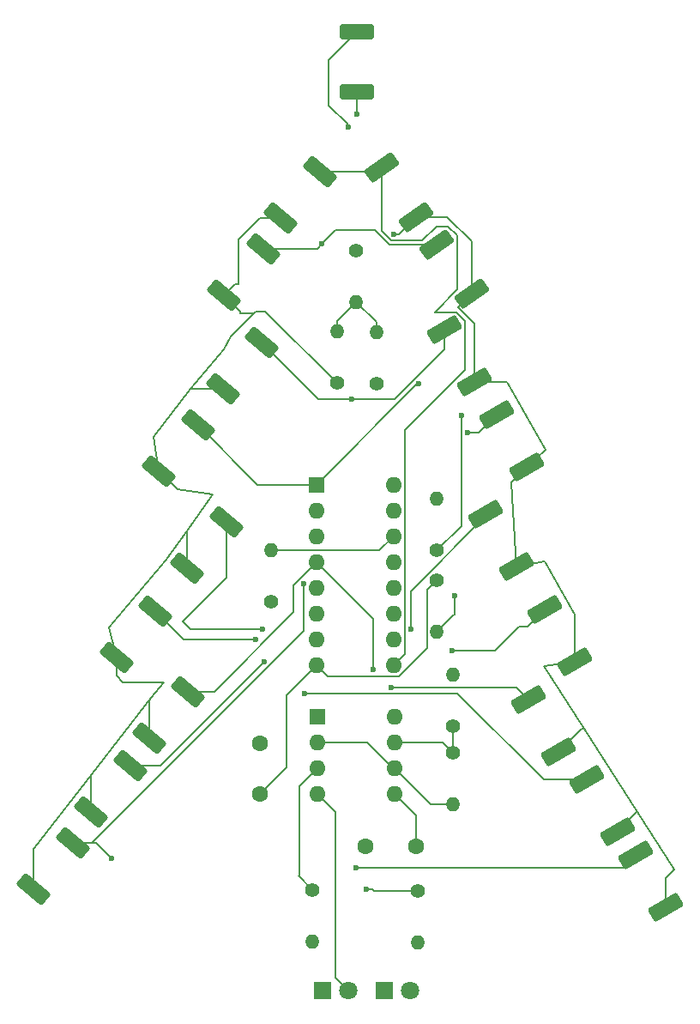
<source format=gbr>
%TF.GenerationSoftware,KiCad,Pcbnew,8.0.5*%
%TF.CreationDate,2024-11-21T02:05:10-08:00*%
%TF.ProjectId,Base,42617365-2e6b-4696-9361-645f70636258,rev?*%
%TF.SameCoordinates,Original*%
%TF.FileFunction,Copper,L1,Top*%
%TF.FilePolarity,Positive*%
%FSLAX46Y46*%
G04 Gerber Fmt 4.6, Leading zero omitted, Abs format (unit mm)*
G04 Created by KiCad (PCBNEW 8.0.5) date 2024-11-21 02:05:10*
%MOMM*%
%LPD*%
G01*
G04 APERTURE LIST*
G04 Aperture macros list*
%AMRoundRect*
0 Rectangle with rounded corners*
0 $1 Rounding radius*
0 $2 $3 $4 $5 $6 $7 $8 $9 X,Y pos of 4 corners*
0 Add a 4 corners polygon primitive as box body*
4,1,4,$2,$3,$4,$5,$6,$7,$8,$9,$2,$3,0*
0 Add four circle primitives for the rounded corners*
1,1,$1+$1,$2,$3*
1,1,$1+$1,$4,$5*
1,1,$1+$1,$6,$7*
1,1,$1+$1,$8,$9*
0 Add four rect primitives between the rounded corners*
20,1,$1+$1,$2,$3,$4,$5,0*
20,1,$1+$1,$4,$5,$6,$7,0*
20,1,$1+$1,$6,$7,$8,$9,0*
20,1,$1+$1,$8,$9,$2,$3,0*%
G04 Aperture macros list end*
%TA.AperFunction,ComponentPad*%
%ADD10R,1.600000X1.600000*%
%TD*%
%TA.AperFunction,ComponentPad*%
%ADD11O,1.600000X1.600000*%
%TD*%
%TA.AperFunction,ComponentPad*%
%ADD12C,1.400000*%
%TD*%
%TA.AperFunction,ComponentPad*%
%ADD13O,1.400000X1.400000*%
%TD*%
%TA.AperFunction,SMDPad,CuDef*%
%ADD14RoundRect,0.249999X0.762185X-1.308572X1.421043X-0.523374X-0.762185X1.308572X-1.421043X0.523374X0*%
%TD*%
%TA.AperFunction,SMDPad,CuDef*%
%ADD15RoundRect,0.249999X1.490338X0.268662X0.977837X1.156339X-1.490338X-0.268662X-0.977837X-1.156339X0*%
%TD*%
%TA.AperFunction,SMDPad,CuDef*%
%ADD16RoundRect,0.249999X1.461251X0.397531X0.873334X1.237163X-1.461251X-0.397531X-0.873334X-1.237163X0*%
%TD*%
%TA.AperFunction,SMDPad,CuDef*%
%ADD17RoundRect,0.249999X1.425001X-0.512501X1.425001X0.512501X-1.425001X0.512501X-1.425001X-0.512501X0*%
%TD*%
%TA.AperFunction,ComponentPad*%
%ADD18R,1.800000X1.800000*%
%TD*%
%TA.AperFunction,ComponentPad*%
%ADD19C,1.800000*%
%TD*%
%TA.AperFunction,ComponentPad*%
%ADD20C,1.600000*%
%TD*%
%TA.AperFunction,ViaPad*%
%ADD21C,0.600000*%
%TD*%
%TA.AperFunction,Conductor*%
%ADD22C,0.200000*%
%TD*%
G04 APERTURE END LIST*
D10*
%TO.P,U2,1,Q5*%
%TO.N,Net-(D16-A)*%
X137280000Y-89600000D03*
D11*
%TO.P,U2,2,Q1*%
%TO.N,Net-(D11-A)*%
X137280000Y-92140000D03*
%TO.P,U2,3,Q0*%
%TO.N,Net-(D12-A)*%
X137280000Y-94680000D03*
%TO.P,U2,4,Q2*%
%TO.N,Net-(D10-A)*%
X137280000Y-97220000D03*
%TO.P,U2,5,Q6*%
%TO.N,Net-(D15-A)*%
X137280000Y-99760000D03*
%TO.P,U2,6,Q7*%
%TO.N,Net-(D14-A)*%
X137280000Y-102300000D03*
%TO.P,U2,7,Q3*%
%TO.N,Net-(D18-A)*%
X137280000Y-104840000D03*
%TO.P,U2,8,VSS*%
%TO.N,GND*%
X137280000Y-107380000D03*
%TO.P,U2,9,Q8*%
%TO.N,Net-(D13-A)*%
X144900000Y-107380000D03*
%TO.P,U2,10,Q4*%
%TO.N,Net-(D17-A)*%
X144900000Y-104840000D03*
%TO.P,U2,11,Q9*%
%TO.N,Net-(D3-A)*%
X144900000Y-102300000D03*
%TO.P,U2,12,Cout*%
%TO.N,unconnected-(U2-Cout-Pad12)*%
X144900000Y-99760000D03*
%TO.P,U2,13,CKEN*%
%TO.N,Net-(U2-CKEN)*%
X144900000Y-97220000D03*
%TO.P,U2,14,CLK*%
%TO.N,Net-(U2-CLK)*%
X144900000Y-94680000D03*
%TO.P,U2,15,Reset*%
%TO.N,Net-(U2-Reset)*%
X144900000Y-92140000D03*
%TO.P,U2,16,VDD*%
%TO.N,VCC*%
X144900000Y-89600000D03*
%TD*%
D10*
%TO.P,U1,1,GND*%
%TO.N,GND1*%
X137400000Y-112500000D03*
D11*
%TO.P,U1,2,TR*%
%TO.N,Net-(U1-THR)*%
X137400000Y-115040000D03*
%TO.P,U1,3,Q*%
%TO.N,Net-(U1-Q)*%
X137400000Y-117580000D03*
%TO.P,U1,4,R*%
%TO.N,VCC*%
X137400000Y-120120000D03*
%TO.P,U1,5,CV*%
%TO.N,Net-(U1-CV)*%
X145020000Y-120120000D03*
%TO.P,U1,6,THR*%
%TO.N,Net-(U1-THR)*%
X145020000Y-117580000D03*
%TO.P,U1,7,DIS*%
%TO.N,Net-(U1-DIS)*%
X145020000Y-115040000D03*
%TO.P,U1,8,VCC*%
%TO.N,VCC*%
X145020000Y-112500000D03*
%TD*%
D12*
%TO.P,R11,1*%
%TO.N,Net-(D10-K)*%
X143200000Y-79680000D03*
D13*
%TO.P,R11,2*%
%TO.N,GND*%
X143200000Y-74600000D03*
%TD*%
D12*
%TO.P,R10,1*%
%TO.N,Net-(D3-K)*%
X141200000Y-66500000D03*
D13*
%TO.P,R10,2*%
%TO.N,GND*%
X141200000Y-71580000D03*
%TD*%
D12*
%TO.P,R8,1*%
%TO.N,Net-(D13-K)*%
X139300000Y-79580000D03*
D13*
%TO.P,R8,2*%
%TO.N,GND*%
X139300000Y-74500000D03*
%TD*%
D12*
%TO.P,R7,1*%
%TO.N,GND*%
X149200000Y-96080000D03*
D13*
%TO.P,R7,2*%
%TO.N,Net-(U2-Reset)*%
X149200000Y-91000000D03*
%TD*%
D12*
%TO.P,R6,1*%
%TO.N,GND*%
X149200000Y-99000000D03*
D13*
%TO.P,R6,2*%
%TO.N,Net-(U2-CKEN)*%
X149200000Y-104080000D03*
%TD*%
D12*
%TO.P,R5,1*%
%TO.N,Net-(U1-Q)*%
X147300000Y-129700000D03*
D13*
%TO.P,R5,2*%
%TO.N,Net-(D1-A)*%
X147300000Y-134780000D03*
%TD*%
D12*
%TO.P,R4,1*%
%TO.N,Net-(U1-Q)*%
X136900000Y-129560000D03*
D13*
%TO.P,R4,2*%
%TO.N,Net-(D2-K)*%
X136900000Y-134640000D03*
%TD*%
D12*
%TO.P,R3,1*%
%TO.N,Net-(U1-DIS)*%
X150800000Y-113440000D03*
D13*
%TO.P,R3,2*%
%TO.N,VCC*%
X150800000Y-108360000D03*
%TD*%
D12*
%TO.P,R2,1*%
%TO.N,Net-(U1-DIS)*%
X150800000Y-116060000D03*
D13*
%TO.P,R2,2*%
%TO.N,Net-(U1-THR)*%
X150800000Y-121140000D03*
%TD*%
D12*
%TO.P,R1,1*%
%TO.N,Net-(U1-Q)*%
X132800000Y-101140000D03*
D13*
%TO.P,R1,2*%
%TO.N,Net-(U2-CLK)*%
X132800000Y-96060000D03*
%TD*%
D14*
%TO.P,D21,1,K*%
%TO.N,Net-(D13-K)*%
X109379672Y-129488558D03*
%TO.P,D21,2,A*%
%TO.N,Net-(D12-A)*%
X113220328Y-124911442D03*
%TD*%
%TO.P,D20,1,K*%
%TO.N,Net-(D13-K)*%
X115059344Y-121877116D03*
%TO.P,D20,2,A*%
%TO.N,Net-(D11-A)*%
X118900000Y-117300000D03*
%TD*%
%TO.P,D19,1,K*%
%TO.N,Net-(D13-K)*%
X120779672Y-114588558D03*
%TO.P,D19,2,A*%
%TO.N,Net-(D10-A)*%
X124620328Y-110011442D03*
%TD*%
%TO.P,D18,1,K*%
%TO.N,Net-(D13-K)*%
X117559344Y-106677116D03*
%TO.P,D18,2,A*%
%TO.N,Net-(D18-A)*%
X121400000Y-102100000D03*
%TD*%
%TO.P,D17,1,K*%
%TO.N,Net-(D13-K)*%
X124559344Y-97877116D03*
%TO.P,D17,2,A*%
%TO.N,Net-(D17-A)*%
X128400000Y-93300000D03*
%TD*%
%TO.P,D16,1,K*%
%TO.N,Net-(D13-K)*%
X121759344Y-88277116D03*
%TO.P,D16,2,A*%
%TO.N,Net-(D16-A)*%
X125600000Y-83700000D03*
%TD*%
%TO.P,D15,1,K*%
%TO.N,Net-(D13-K)*%
X128059344Y-80177116D03*
%TO.P,D15,2,A*%
%TO.N,Net-(D15-A)*%
X131900000Y-75600000D03*
%TD*%
%TO.P,D14,1,K*%
%TO.N,Net-(D13-K)*%
X128179672Y-70888558D03*
%TO.P,D14,2,A*%
%TO.N,Net-(D14-A)*%
X132020328Y-66311442D03*
%TD*%
%TO.P,D13,1,K*%
%TO.N,Net-(D13-K)*%
X133779672Y-63288557D03*
%TO.P,D13,2,A*%
%TO.N,Net-(D13-A)*%
X137620328Y-58711443D03*
%TD*%
D15*
%TO.P,D12,2,A*%
%TO.N,Net-(D12-A)*%
X168800000Y-126100000D03*
%TO.P,D12,1,K*%
%TO.N,Net-(D10-K)*%
X171787500Y-131274502D03*
%TD*%
%TO.P,D11,2,A*%
%TO.N,Net-(D11-A)*%
X164000000Y-118700000D03*
%TO.P,D11,1,K*%
%TO.N,Net-(D10-K)*%
X166987500Y-123874502D03*
%TD*%
%TO.P,D10,2,A*%
%TO.N,Net-(D10-A)*%
X158200000Y-110800000D03*
%TO.P,D10,1,K*%
%TO.N,Net-(D10-K)*%
X161187500Y-115974502D03*
%TD*%
%TO.P,D9,1,K*%
%TO.N,Net-(D10-K)*%
X162793750Y-107087251D03*
%TO.P,D9,2,A*%
%TO.N,Net-(D18-A)*%
X159806250Y-101912749D03*
%TD*%
%TO.P,D8,1,K*%
%TO.N,Net-(D10-K)*%
X156993750Y-97687251D03*
%TO.P,D8,2,A*%
%TO.N,Net-(D17-A)*%
X154006250Y-92512749D03*
%TD*%
%TO.P,D7,1,K*%
%TO.N,Net-(D10-K)*%
X158087500Y-87874502D03*
%TO.P,D7,2,A*%
%TO.N,Net-(D16-A)*%
X155100000Y-82700000D03*
%TD*%
%TO.P,D6,1,K*%
%TO.N,Net-(D10-K)*%
X152893750Y-79487251D03*
%TO.P,D6,2,A*%
%TO.N,Net-(D15-A)*%
X149906250Y-74312749D03*
%TD*%
D16*
%TO.P,D5,1,K*%
%TO.N,Net-(D10-K)*%
X152627120Y-70794434D03*
%TO.P,D5,2,A*%
%TO.N,Net-(D14-A)*%
X149200000Y-65900000D03*
%TD*%
%TO.P,D4,1,K*%
%TO.N,Net-(D10-K)*%
X147127120Y-63194434D03*
%TO.P,D4,2,A*%
%TO.N,Net-(D13-A)*%
X143700000Y-58300000D03*
%TD*%
D17*
%TO.P,D3,1,K*%
%TO.N,Net-(D3-K)*%
X141300000Y-50887500D03*
%TO.P,D3,2,A*%
%TO.N,Net-(D3-A)*%
X141300000Y-44912500D03*
%TD*%
D18*
%TO.P,D2,1,K*%
%TO.N,Net-(D2-K)*%
X137925000Y-139500000D03*
D19*
%TO.P,D2,2,A*%
%TO.N,VCC*%
X140465000Y-139500000D03*
%TD*%
D18*
%TO.P,D1,1,K*%
%TO.N,GND*%
X144025000Y-139500000D03*
D19*
%TO.P,D1,2,A*%
%TO.N,Net-(D1-A)*%
X146565000Y-139500000D03*
%TD*%
D20*
%TO.P,C2,1*%
%TO.N,Net-(U1-THR)*%
X131700000Y-115100000D03*
%TO.P,C2,2*%
%TO.N,GND*%
X131700000Y-120100000D03*
%TD*%
%TO.P,C1,1*%
%TO.N,Net-(U1-CV)*%
X147100000Y-125300000D03*
%TO.P,C1,2*%
%TO.N,GND*%
X142100000Y-125300000D03*
%TD*%
D21*
%TO.N,Net-(D10-A)*%
X144700000Y-109600000D03*
X142900000Y-107800000D03*
%TO.N,Net-(D11-A)*%
X136100000Y-110200000D03*
X132124265Y-107075735D03*
%TO.N,Net-(U2-CKEN)*%
X150900000Y-100600000D03*
%TO.N,Net-(D16-A)*%
X147374265Y-79674265D03*
X152200000Y-84500000D03*
%TO.N,Net-(D17-A)*%
X146600000Y-103900000D03*
%TO.N,Net-(D12-A)*%
X117100000Y-126500000D03*
X141200000Y-127400000D03*
%TO.N,Net-(D18-A)*%
X150700000Y-106000000D03*
%TO.N,Net-(D12-A)*%
X136046709Y-99348903D03*
%TO.N,GND*%
X151600000Y-82800000D03*
%TO.N,Net-(D15-A)*%
X140800000Y-81200000D03*
%TO.N,Net-(D10-K)*%
X144907108Y-64892892D03*
%TO.N,Net-(D14-A)*%
X137850000Y-65850000D03*
%TO.N,Net-(D3-A)*%
X140400000Y-54300000D03*
%TO.N,Net-(D17-A)*%
X132000000Y-103900000D03*
%TO.N,Net-(D18-A)*%
X131260000Y-104840000D03*
%TO.N,Net-(U1-Q)*%
X142200000Y-129500000D03*
%TO.N,Net-(D3-K)*%
X141300000Y-53100000D03*
%TD*%
D22*
%TO.N,Net-(D10-K)*%
X171787500Y-128412500D02*
X172600000Y-127600000D01*
X171787500Y-131274502D02*
X171787500Y-128412500D01*
X168926548Y-121935454D02*
X168964546Y-121935454D01*
X163687273Y-113712727D02*
X168964546Y-121935454D01*
X168964546Y-121935454D02*
X172600000Y-127600000D01*
X166987500Y-123874502D02*
X168926548Y-121935454D01*
X163449275Y-113712727D02*
X163687273Y-113712727D01*
X161187500Y-115974502D02*
X163449275Y-113712727D01*
X159700000Y-107500000D02*
X163687273Y-113712727D01*
X162793750Y-107087251D02*
X159700000Y-107500000D01*
X162793750Y-102400000D02*
X162793750Y-107087251D01*
X156993750Y-97687251D02*
X159800000Y-97200000D01*
X159800000Y-97200000D02*
X162793750Y-102400000D01*
X156562002Y-89400000D02*
X156993750Y-97687251D01*
X156100000Y-79487251D02*
X159900000Y-86200000D01*
X159900000Y-86200000D02*
X158087500Y-87874502D01*
X152893750Y-79487251D02*
X156100000Y-79487251D01*
%TO.N,Net-(D13-K)*%
X121759344Y-88277116D02*
X121200000Y-84900000D01*
X121200000Y-84900000D02*
X124822884Y-80177116D01*
X128800000Y-75000000D02*
X131100000Y-72700000D01*
X128200000Y-76300000D02*
X128800000Y-75000000D01*
X124822884Y-80177116D02*
X128200000Y-76300000D01*
X124456250Y-94256250D02*
X127100000Y-90600000D01*
X122400000Y-97100000D02*
X124456250Y-94256250D01*
X124559344Y-97877116D02*
X124559344Y-94359344D01*
X124559344Y-94359344D02*
X124456250Y-94256250D01*
X123582228Y-90100000D02*
X121759344Y-88277116D01*
X127100000Y-90600000D02*
X123582228Y-90100000D01*
X116800000Y-103700000D02*
X122400000Y-97100000D01*
X117559344Y-106677116D02*
X116800000Y-103700000D01*
X120779672Y-110860000D02*
X120969836Y-110669836D01*
X120779672Y-114588558D02*
X120779672Y-110860000D01*
X120969836Y-110669836D02*
X115082623Y-118182623D01*
X122200000Y-109100000D02*
X120969836Y-110669836D01*
X115059344Y-118205902D02*
X115082623Y-118182623D01*
X115059344Y-121877116D02*
X115059344Y-118205902D01*
X115082623Y-118182623D02*
X109415082Y-125415082D01*
X109379672Y-129488558D02*
X109379672Y-125450492D01*
X109379672Y-125450492D02*
X109415082Y-125415082D01*
X118200000Y-109100000D02*
X122200000Y-109100000D01*
X117559344Y-108459344D02*
X118200000Y-109100000D01*
X117559344Y-106677116D02*
X117559344Y-108459344D01*
X129600000Y-69800000D02*
X129268230Y-69800000D01*
X129268230Y-69800000D02*
X128179672Y-70888558D01*
X129600000Y-65400000D02*
X129600000Y-69800000D01*
X133779672Y-63288557D02*
X131711443Y-63288557D01*
X131711443Y-63288557D02*
X129600000Y-65400000D01*
%TO.N,Net-(D11-A)*%
X121900000Y-117300000D02*
X132100000Y-107100000D01*
%TO.N,Net-(D10-A)*%
X157000000Y-109600000D02*
X158200000Y-110800000D01*
X142900000Y-102840000D02*
X142900000Y-107800000D01*
X137280000Y-97220000D02*
X142900000Y-102840000D01*
X144700000Y-109600000D02*
X157000000Y-109600000D01*
%TO.N,Net-(D11-A)*%
X151200000Y-110200000D02*
X136100000Y-110200000D01*
X159700000Y-118700000D02*
X151200000Y-110200000D01*
X164000000Y-118700000D02*
X159700000Y-118700000D01*
%TO.N,Net-(U2-CKEN)*%
X150900000Y-102400000D02*
X150880000Y-102400000D01*
X150880000Y-102400000D02*
X149200000Y-104080000D01*
X150900000Y-100600000D02*
X150900000Y-102400000D01*
%TO.N,Net-(D16-A)*%
X153300000Y-84500000D02*
X155100000Y-82700000D01*
X152200000Y-84500000D02*
X153300000Y-84500000D01*
X147205735Y-79674265D02*
X147374265Y-79674265D01*
X137280000Y-89600000D02*
X147205735Y-79674265D01*
%TO.N,Net-(D17-A)*%
X146600000Y-100094214D02*
X146600000Y-103900000D01*
X154006250Y-92687964D02*
X146600000Y-100094214D01*
X154006250Y-92512749D02*
X154006250Y-92687964D01*
%TO.N,GND*%
X145420000Y-108480000D02*
X138380000Y-108480000D01*
X138380000Y-108480000D02*
X137280000Y-107380000D01*
X148200000Y-105700000D02*
X145420000Y-108480000D01*
X148200000Y-100000000D02*
X148200000Y-105700000D01*
X149200000Y-99000000D02*
X148200000Y-100000000D01*
%TO.N,Net-(D18-A)*%
X154900000Y-106000000D02*
X157300000Y-103600000D01*
X150700000Y-106000000D02*
X154900000Y-106000000D01*
%TO.N,Net-(U1-DIS)*%
X150800000Y-113440000D02*
X150800000Y-116060000D01*
X150800000Y-116060000D02*
X149780000Y-115040000D01*
X149780000Y-115040000D02*
X145020000Y-115040000D01*
%TO.N,Net-(U1-CV)*%
X147100000Y-122200000D02*
X145020000Y-120120000D01*
X147100000Y-125300000D02*
X147100000Y-122200000D01*
%TO.N,Net-(U1-THR)*%
X142340000Y-115040000D02*
X137400000Y-115040000D01*
X144880000Y-117580000D02*
X142340000Y-115040000D01*
X145020000Y-117580000D02*
X144880000Y-117580000D01*
X148580000Y-121140000D02*
X145020000Y-117580000D01*
X150800000Y-121140000D02*
X148580000Y-121140000D01*
%TO.N,Net-(D12-A)*%
X115511442Y-124911442D02*
X113220328Y-124911442D01*
X117100000Y-126500000D02*
X115511442Y-124911442D01*
X167500000Y-127400000D02*
X141200000Y-127400000D01*
X168800000Y-126100000D02*
X167500000Y-127400000D01*
%TO.N,Net-(D18-A)*%
X157300000Y-103600000D02*
X158118999Y-103600000D01*
X158118999Y-103600000D02*
X159806250Y-101912749D01*
%TO.N,Net-(D12-A)*%
X136046709Y-104001820D02*
X136046709Y-99348903D01*
X113220328Y-124911442D02*
X115137087Y-124911442D01*
X115137087Y-124911442D02*
X136046709Y-104001820D01*
%TO.N,Net-(U2-CLK)*%
X143520000Y-96060000D02*
X144900000Y-94680000D01*
X132800000Y-96060000D02*
X143520000Y-96060000D01*
%TO.N,GND*%
X151600000Y-93680000D02*
X149200000Y-96080000D01*
X151600000Y-82800000D02*
X151600000Y-93680000D01*
%TO.N,Net-(D15-A)*%
X137500000Y-81200000D02*
X140800000Y-81200000D01*
X140800000Y-81200000D02*
X145000000Y-81200000D01*
%TO.N,Net-(D10-K)*%
X145428662Y-64892892D02*
X147127120Y-63194434D01*
X144907108Y-64892892D02*
X145428662Y-64892892D01*
%TO.N,Net-(D14-A)*%
X137850000Y-65850000D02*
X139200000Y-64500000D01*
X137388558Y-66311442D02*
X137850000Y-65850000D01*
%TO.N,Net-(D3-A)*%
X140400000Y-54100000D02*
X140400000Y-54300000D01*
X138500000Y-47712500D02*
X138500000Y-52200000D01*
X138500000Y-52200000D02*
X140400000Y-54100000D01*
X141300000Y-44912500D02*
X138500000Y-47712500D01*
%TO.N,Net-(D13-A)*%
X146000000Y-106280000D02*
X144900000Y-107380000D01*
X146000000Y-84200000D02*
X146000000Y-106280000D01*
X151949304Y-78250696D02*
X146000000Y-84200000D01*
X151949304Y-73439967D02*
X151949304Y-78250696D01*
X151113030Y-72603693D02*
X151949304Y-73439967D01*
X148975651Y-72603693D02*
X151113030Y-72603693D01*
X151212275Y-70367069D02*
X148975651Y-72603693D01*
X150300801Y-64111813D02*
X151212275Y-65023287D01*
X151212275Y-65023287D02*
X151212275Y-70367069D01*
X149145977Y-64111813D02*
X150300801Y-64111813D01*
X147757790Y-65500000D02*
X149145977Y-64111813D01*
X144665686Y-65500000D02*
X147757790Y-65500000D01*
X143700000Y-64534314D02*
X144665686Y-65500000D01*
X143700000Y-58300000D02*
X143700000Y-64534314D01*
%TO.N,Net-(D15-A)*%
X149906250Y-76293750D02*
X149906250Y-74312749D01*
X145000000Y-81200000D02*
X149906250Y-76293750D01*
X131900000Y-75600000D02*
X137500000Y-81200000D01*
%TO.N,Net-(D17-A)*%
X124100000Y-103100000D02*
X124900000Y-103900000D01*
X128400000Y-98800000D02*
X124100000Y-103100000D01*
X128400000Y-93300000D02*
X128400000Y-98800000D01*
X124900000Y-103900000D02*
X132000000Y-103900000D01*
%TO.N,Net-(D18-A)*%
X124140000Y-104840000D02*
X121400000Y-102100000D01*
X131260000Y-104840000D02*
X124140000Y-104840000D01*
%TO.N,GND*%
X134300000Y-110360000D02*
X137280000Y-107380000D01*
X134300000Y-117500000D02*
X134300000Y-110360000D01*
X131700000Y-120100000D02*
X134300000Y-117500000D01*
%TO.N,Net-(U1-Q)*%
X135600000Y-128140000D02*
X135600000Y-119380000D01*
X135540000Y-128200000D02*
X135600000Y-128140000D01*
X135600000Y-119380000D02*
X137400000Y-117580000D01*
X136900000Y-129560000D02*
X135540000Y-128200000D01*
X143000000Y-129700000D02*
X147300000Y-129700000D01*
X142800000Y-129500000D02*
X143000000Y-129700000D01*
X142200000Y-129500000D02*
X142800000Y-129500000D01*
%TO.N,VCC*%
X140465000Y-139500000D02*
X139200000Y-138235000D01*
X139200000Y-138235000D02*
X139200000Y-121920000D01*
X139200000Y-121920000D02*
X137400000Y-120120000D01*
%TO.N,Net-(D3-K)*%
X141300000Y-53100000D02*
X141300000Y-50887500D01*
%TO.N,GND*%
X143200000Y-73580000D02*
X143200000Y-74600000D01*
X141200000Y-71580000D02*
X143200000Y-73580000D01*
X139300000Y-73480000D02*
X141200000Y-71580000D01*
X139300000Y-74500000D02*
X139300000Y-73480000D01*
%TO.N,Net-(D11-A)*%
X118900000Y-117300000D02*
X121900000Y-117300000D01*
%TO.N,Net-(D10-A)*%
X135000000Y-99500000D02*
X137280000Y-97220000D01*
X127188558Y-110011442D02*
X135000000Y-102200000D01*
X124620328Y-110011442D02*
X127188558Y-110011442D01*
X135000000Y-102200000D02*
X135000000Y-99500000D01*
%TO.N,Net-(D10-K)*%
X158087500Y-87874502D02*
X156562002Y-89400000D01*
X152893750Y-73715304D02*
X152893750Y-79487251D01*
X151300000Y-72121554D02*
X152893750Y-73715304D01*
X152627120Y-70794434D02*
X151300000Y-72121554D01*
X152627120Y-65627120D02*
X152627120Y-70794434D01*
X147127120Y-63194434D02*
X150194434Y-63194434D01*
X150194434Y-63194434D02*
X152627120Y-65627120D01*
%TO.N,Net-(D13-A)*%
X143288557Y-58711443D02*
X143700000Y-58300000D01*
X137620328Y-58711443D02*
X143288557Y-58711443D01*
%TO.N,Net-(D14-A)*%
X144500000Y-65900000D02*
X149200000Y-65900000D01*
X139200000Y-64500000D02*
X143100000Y-64500000D01*
X143100000Y-64500000D02*
X144500000Y-65900000D01*
X132020328Y-66311442D02*
X137388558Y-66311442D01*
%TO.N,Net-(D13-K)*%
X131300000Y-72500000D02*
X131100000Y-72700000D01*
X132220000Y-72500000D02*
X131300000Y-72500000D01*
X139300000Y-79580000D02*
X132220000Y-72500000D01*
%TO.N,Net-(D16-A)*%
X131500000Y-89600000D02*
X125600000Y-83700000D01*
X137280000Y-89600000D02*
X131500000Y-89600000D01*
%TO.N,Net-(D13-K)*%
X131100000Y-72700000D02*
X129800000Y-72700000D01*
X129800000Y-72700000D02*
X129800000Y-72508886D01*
X129800000Y-72508886D02*
X128179672Y-70888558D01*
X124822884Y-80177116D02*
X128059344Y-80177116D01*
%TD*%
M02*

</source>
